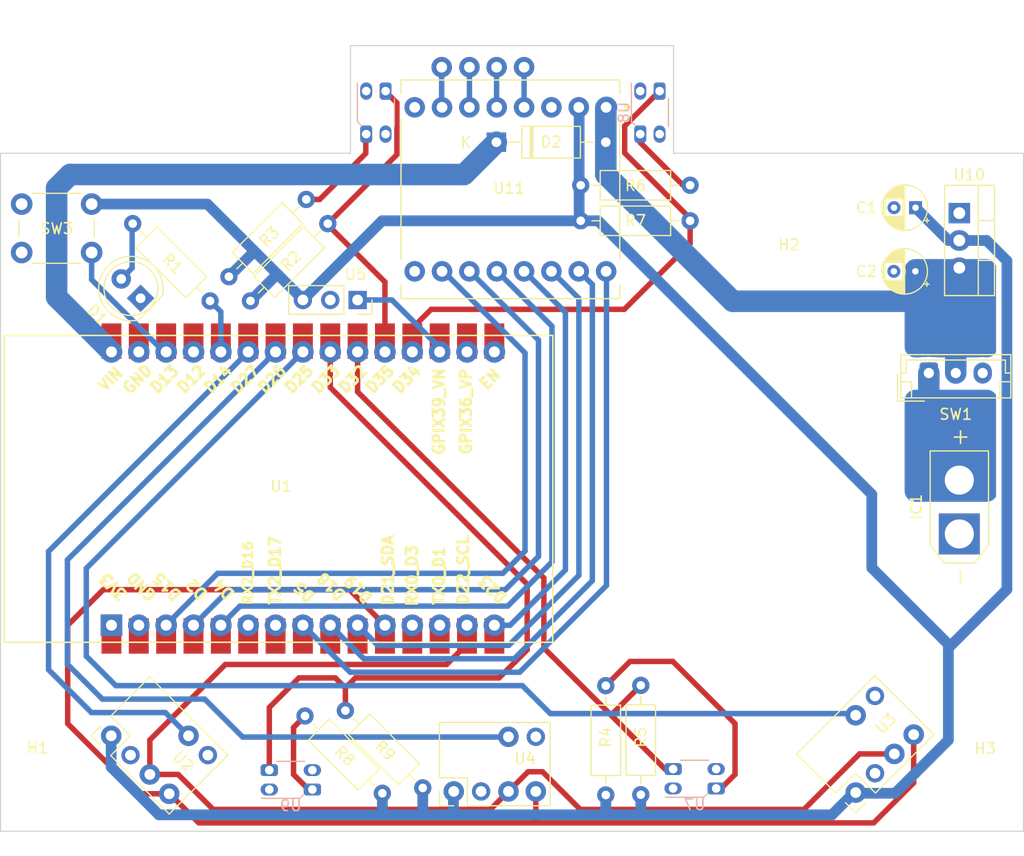
<source format=kicad_pcb>
(kicad_pcb (version 20221018) (generator pcbnew)
  (layers (0 "F.Cu" signal) (31 "B.Cu" signal) (34 "B.Paste" user) (35 "F.Paste" user) (36 "B.SilkS" user "B.Silkscreen") (37 "F.SilkS" user "F.Silkscreen") (38 "B.Mask" user) (39 "F.Mask" user) (44 "Edge.Cuts" user))
  (net 0 "")
  (net 1 "+3V3")
  (net 2 "GND")
  (net 3 "+12V")
  (net 4 "Net-(D1-A)")
  (net 5 "12V IN")
  (net 6 "Net-(D2-K)")
  (net 7 "QRE1113 A")
  (net 8 "Net-(U6-A)")
  (net 9 "QRE1113 B")
  (net 10 "Net-(U8-A)")
  (net 11 "QRE1113 C")
  (net 12 "Net-(U9-A)")
  (net 13 "QRE1113 D")
  (net 14 "IR MODULE")
  (net 15 "SDA")
  (net 16 "SCL")
  (net 17 "MOTOR 2 -")
  (net 18 "MOTOR 2 +")
  (net 19 "MOTOR 1 -")
  (net 20 "MOTOR 1 +")
  (net 21 "PWMA")
  (net 22 "AI2")
  (net 23 "AI1")
  (net 24 "STBY")
  (net 25 "BI1")
  (net 26 "BI2")
  (net 27 "PWMB")
  (net 28 "Net-(U7-A)")
  (net 32 "X-SHUT 1")
  (net 33 "X-SHUT 2")
  (net 34 "X-SHUT 3")
  (net 37 "TEST PROGRAM")
  (net 41 "LED SIGNALISATION")
  (footprint "Connector_Wire:SolderWire-0.5sqmm_1x01_D0.9mm_OD2.3mm" (layer "F.Cu") (at 136.1 50 90)
    (fp_text reference "J2" hide)
    (fp_text value "Conn_01x01_Pin")
    (pad "1" thru_hole circle (at 0 0 90) (size 1.9 1.9) (drill 1) (layers "*.Cu" "*.Mask") (net 19 "MOTOR 1 -"))
  )
  (footprint "Button_Switch_THT:SW_PUSH_6mm" (layer "F.Cu") (at 91.99 62.72)
    (fp_text reference "SW3" (at 3.26 2.28 180) (layer "F.SilkS"))
    (fp_text value "SW_Push" hide)
    (pad "1" thru_hole circle (at 0 0 90) (size 2 2) (drill 1.1) (layers "*.Cu" "*.Mask") (net 1 "+3V3"))
    (pad "1" thru_hole circle (at 6.5 0 90) (size 2 2) (drill 1.1) (layers "*.Cu" "*.Mask") (net 1 "+3V3"))
    (pad "2" thru_hole circle (at 0 4.5 90) (size 2 2) (drill 1.1) (layers "*.Cu" "*.Mask") (net 37 "TEST PROGRAM"))
    (pad "2" thru_hole circle (at 6.5 4.5 90) (size 2 2) (drill 1.1) (layers "*.Cu" "*.Mask") (net 37 "TEST PROGRAM"))
  )
  (footprint "Package_TO_SOT_THT:TO-220-3_Vertical" (layer "F.Cu") (at 179.07 63.561 -90)
    (fp_text reference "U10" (at -3.561 -0.93 -180) (layer "F.SilkS"))
    (fp_text value "LD1117AV33")
    (pad "1" thru_hole rect (at 0 0 270) (size 1.905 2) (drill 1.1) (layers "*.Cu" "*.Mask") (net 2 "GND"))
    (pad "2" thru_hole oval (at 2.54 0 270) (size 1.905 2) (drill 1.1) (layers "*.Cu" "*.Mask") (net 1 "+3V3"))
    (pad "3" thru_hole oval (at 5.08 0 270) (size 1.905 2) (drill 1.1) (layers "*.Cu" "*.Mask") (net 3 "+12V"))
  )
  (footprint "MountingHole:MountingHole_3.2mm_M3" (layer "F.Cu") (at 181.47 117.5)
    (fp_text reference "H3" (at 0 -4.2) (layer "F.SilkS"))
    (fp_text value "MountingHole M3" hide)
    (pad "" np_thru_hole circle (at 0 0) (size 3.2 3.2) (drill 3.2) (layers "*.Cu" "*.Mask"))
  )
  (footprint "Resistor_THT:R_Axial_DIN0207_L6.3mm_D2.5mm_P10.16mm_Horizontal" (layer "F.Cu") (at 146.24 107.47 -90)
    (fp_text reference "R4" (at 4.78 -0.01 -270) (layer "F.SilkS"))
    (fp_text value "100")
    (pad "1" thru_hole circle (at 0 0 270) (size 1.6 1.6) (drill 0.8) (layers "*.Cu" "*.Mask") (net 28 "Net-(U7-A)"))
    (pad "2" thru_hole oval (at 10.16 0 270) (size 1.6 1.6) (drill 0.8) (layers "*.Cu" "*.Mask") (net 1 "+3V3"))
  )
  (footprint "Resistor_THT:R_Axial_DIN0207_L6.3mm_D2.5mm_P10.16mm_Horizontal" (layer "F.Cu") (at 102.305795 64.535795 -45)
    (fp_text reference "R1" (at 5.238537 0.014142 135) (layer "F.SilkS"))
    (fp_text value "75")
    (pad "1" thru_hole circle (at 0 0 315) (size 1.6 1.6) (drill 0.8) (layers "*.Cu" "*.Mask") (net 4 "Net-(D1-A)"))
    (pad "2" thru_hole oval (at 10.16 0 315) (size 1.6 1.6) (drill 0.8) (layers "*.Cu" "*.Mask") (net 41 "LED SIGNALISATION"))
  )
  (footprint "sumec_library:GY-530 VL53L0X" (layer "F.Cu") (at 109.646676 119.672727 45)
    (fp_text reference "U2" (at 1.786188 -5.529153 -45 unlocked) (layer "F.SilkS"))
    (fp_text value "VL53L0X")
    (pad "1" thru_hole circle (at -1.27 -11.94 45) (size 1.9 1.9) (drill 1) (layers "*.Cu" "*.Mask") (net 1 "+3V3"))
    (pad "2" thru_hole circle (at -1.27 -9.4 45) (size 1.7 1.7) (drill 1) (layers "*.Cu" "*.Mask") (net 2 "GND"))
    (pad "3" thru_hole circle (at -1.27 -6.86 45) (size 1.9 1.9) (drill 1) (layers "*.Cu" "*.Mask") (net 16 "SCL"))
    (pad "4" thru_hole circle (at -1.27 -4.32 45) (size 1.9 1.9) (drill 1) (layers "*.Cu" "*.Mask") (net 15 "SDA"))
    (pad "5" thru_hole circle (at 3.81 -4.32 45) (size 1.7 1.7) (drill 1) (layers "*.Cu" "*.Mask"))
    (pad "6" thru_hole circle (at 3.81 -6.86 45) (size 1.9 1.9) (drill 1) (layers "*.Cu" "*.Mask") (net 32 "X-SHUT 1"))
  )
  (footprint "Resistor_THT:R_Axial_DIN0207_L6.3mm_D2.5mm_P10.16mm_Horizontal" (layer "F.Cu") (at 149.49 117.602 90)
    (fp_text reference "R5" (at 5.352 0.01 90) (layer "F.SilkS"))
    (fp_text value "10k")
    (pad "1" thru_hole circle (at 0 0 90) (size 1.6 1.6) (drill 0.8) (layers "*.Cu" "*.Mask") (net 1 "+3V3"))
    (pad "2" thru_hole oval (at 10.16 0 90) (size 1.6 1.6) (drill 0.8) (layers "*.Cu" "*.Mask") (net 9 "QRE1113 B"))
  )
  (footprint "Diode_THT:D_A-405_P10.16mm_Horizontal" (layer "F.Cu") (at 136.08 56.97)
    (fp_text reference "D2" (at 5.08 -0.02) (layer "F.SilkS"))
    (fp_text value "D_Schottky" hide)
    (fp_text user "K" (at -2.83 0.03) (layer "F.SilkS"))
    (pad "1" thru_hole rect (at 0 0) (size 1.8 1.8) (drill 0.9) (layers "*.Cu" "*.Mask") (net 6 "Net-(D2-K)"))
    (pad "2" thru_hole oval (at 10.16 0) (size 1.8 1.8) (drill 0.9) (layers "*.Cu" "*.Mask") (net 3 "+12V"))
  )
  (footprint "Resistor_THT:R_Axial_DIN0207_L6.3mm_D2.5mm_P10.16mm_Horizontal" (layer "F.Cu") (at 113.24 71.72 45)
    (fp_text reference "R3" (at 5.465935 -2.97692 45) (layer "F.SilkS"))
    (fp_text value "10k")
    (pad "1" thru_hole circle (at 0 0 45) (size 1.6 1.6) (drill 0.8) (layers "*.Cu" "*.Mask") (net 1 "+3V3"))
    (pad "2" thru_hole oval (at 10.16 0 45) (size 1.6 1.6) (drill 0.8) (layers "*.Cu" "*.Mask") (net 7 "QRE1113 A"))
  )
  (footprint "Capacitor_THT:CP_Radial_D4.0mm_P2.00mm" (layer "F.Cu") (at 174.99 68.97 180)
    (fp_text reference "C2" (at 4.572 0) (layer "F.SilkS"))
    (fp_text value "10uF")
    (pad "1" thru_hole rect (at 0 0 180) (size 1.2 1.2) (drill 0.6) (layers "*.Cu" "*.Mask") (net 3 "+12V"))
    (pad "2" thru_hole circle (at 2 0 180) (size 1.2 1.2) (drill 0.6) (layers "*.Cu" "*.Mask") (net 2 "GND"))
  )
  (footprint "Connector_Wire:SolderWire-0.5sqmm_1x01_D0.9mm_OD2.3mm" (layer "F.Cu") (at 138.65 50 90)
    (fp_text reference "J1" hide)
    (fp_text value "Conn_01x01_Pin")
    (pad "1" thru_hole circle (at 0 0 90) (size 1.9 1.9) (drill 1) (layers "*.Cu" "*.Mask") (net 20 "MOTOR 1 +"))
  )
  (footprint "MountingHole:MountingHole_3.2mm_M3" (layer "F.Cu") (at 163.24 62.22)
    (fp_text reference "H2" (at 0.01 4.28) (layer "F.SilkS"))
    (fp_text value "MountingHole M3" hide)
    (pad "" np_thru_hole circle (at 0 0) (size 3.2 3.2) (drill 3.2) (layers "*.Cu" "*.Mask"))
  )
  (footprint "Resistor_THT:R_Axial_DIN0207_L6.3mm_D2.5mm_P10.16mm_Horizontal" (layer "F.Cu") (at 143.91 64.272)
    (fp_text reference "R7" (at 5.09 -0.022) (layer "F.SilkS"))
    (fp_text value "10k")
    (pad "1" thru_hole circle (at 0 0) (size 1.6 1.6) (drill 0.8) (layers "*.Cu" "*.Mask") (net 1 "+3V3"))
    (pad "2" thru_hole oval (at 10.16 0) (size 1.6 1.6) (drill 0.8) (layers "*.Cu" "*.Mask") (net 11 "QRE1113 C"))
  )
  (footprint "LED_THT:LED_D5.0mm" (layer "F.Cu") (at 103.036051 71.47 135)
    (fp_text reference "D1" (at 1.772046 -3.935792 315) (layer "F.SilkS"))
    (fp_text value "RLED")
    (pad "1" thru_hole rect (at 0 0 135) (size 1.8 1.8) (drill 0.9) (layers "*.Cu" "*.Mask") (net 2 "GND"))
    (pad "2" thru_hole circle (at 2.54 0 135) (size 1.8 1.8) (drill 0.9) (layers "*.Cu" "*.Mask") (net 4 "Net-(D1-A)"))
  )
  (footprint "sumec_library:ROB-14450 - TB6612FNG (MOTOR DRIVER)" (layer "F.Cu") (at 137.38 61.35 -90)
    (fp_text reference "U11" (at -0.1 0.13 -180) (layer "F.SilkS"))
    (fp_text value "ROB-14450")
    (pad "1" thru_hole circle (at -7.62 -8.89 270) (size 1.9 1.9) (drill 1) (layers "*.Cu" "*.Mask") (net 3 "+12V"))
    (pad "2" thru_hole circle (at -7.62 -6.35 270) (size 1.9 1.9) (drill 1) (layers "*.Cu" "*.Mask") (net 1 "+3V3"))
    (pad "3" thru_hole circle (at -7.62 -3.81 270) (size 1.9 1.9) (drill 1) (layers "*.Cu" "*.Mask") (net 2 "GND"))
    (pad "4" thru_hole circle (at -7.62 -1.27 270) (size 1.9 1.9) (drill 1) (layers "*.Cu" "*.Mask") (net 20 "MOTOR 1 +"))
    (pad "5" thru_hole circle (at -7.62 1.27 270) (size 1.9 1.9) (drill 1) (layers "*.Cu" "*.Mask") (net 19 "MOTOR 1 -"))
    (pad "6" thru_hole circle (at -7.62 3.81 270) (size 1.9 1.9) (drill 1) (layers "*.Cu" "*.Mask") (net 18 "MOTOR 2 +"))
    (pad "7" thru_hole circle (at -7.62 6.35 270) (size 1.9 1.9) (drill 1) (layers "*.Cu" "*.Mask") (net 17 "MOTOR 2 -"))
    (pad "8" thru_hole circle (at -7.62 8.89 270) (size 1.9 1.9) (drill 1) (layers "*.Cu" "*.Mask") (net 2 "GND"))
    (pad "9" thru_hole circle (at 7.62 8.89 270) (size 1.9 1.9) (drill 1) (layers "*.Cu" "*.Mask") (net 2 "GND"))
    (pad "10" thru_hole circle (at 7.62 6.35 270) (size 1.9 1.9) (drill 1) (layers "*.Cu" "*.Mask") (net 27 "PWMB"))
    (pad "11" thru_hole circle (at 7.62 3.81 270) (size 1.9 1.9) (drill 1) (layers "*.Cu" "*.Mask") (net 26 "BI2"))
    (pad "12" thru_hole circle (at 7.62 1.27 270) (size 1.9 1.9) (drill 1) (layers "*.Cu" "*.Mask") (net 25 "BI1"))
    (pad "13" thru_hole circle (at 7.62 -1.27 270) (size 1.9 1.9) (drill 1) (layers "*.Cu" "*.Mask") (net 24 "STBY"))
    (pad "14" thru_hole circle (at 7.62 -3.81 270) (size 1.9 1.9) (drill 1) (layers "*.Cu" "*.Mask") (net 23 "AI1"))
    (pad "15" thru_hole circle (at 7.62 -6.35 270) (size 1.9 1.9) (drill 1) (layers "*.Cu" "*.Mask") (net 22 "AI2"))
    (pad "16" thru_hole circle (at 7.62 -8.89 270) (size 1.9 1.9) (drill 1) (layers "*.Cu" "*.Mask") (net 21 "PWMA"))
  )
  (footprint "Resistor_THT:R_Axial_DIN0207_L6.3mm_D2.5mm_P10.16mm_Horizontal" (layer "F.Cu") (at 118.305795 110.285795 -45)
    (fp_text reference "R8" (at 5.238537 0.014142 135) (layer "F.SilkS"))
    (fp_text value "100")
    (pad "1" thru_hole circle (at 0 0 315) (size 1.6 1.6) (drill 0.8) (layers "*.Cu" "*.Mask") (net 12 "Net-(U9-A)"))
    (pad "2" thru_hole oval (at 10.16 0 315) (size 1.6 1.6) (drill 0.8) (layers "*.Cu" "*.Mask") (net 1 "+3V3"))
  )
  (footprint "Capacitor_THT:CP_Radial_D4.0mm_P2.00mm" (layer "F.Cu") (at 175.006 63.053 180)
    (fp_text reference "C1" (at 4.572 0) (layer "F.SilkS"))
    (fp_text value "10uF")
    (pad "1" thru_hole rect (at 0 0 180) (size 1.2 1.2) (drill 0.6) (layers "*.Cu" "*.Mask") (net 1 "+3V3"))
    (pad "2" thru_hole circle (at 2 0 180) (size 1.2 1.2) (drill 0.6) (layers "*.Cu" "*.Mask") (net 2 "GND"))
  )
  (footprint "Connector_Wire:SolderWire-0.5sqmm_1x01_D0.9mm_OD2.3mm" (layer "F.Cu") (at 131 50 -90)
    (fp_text reference "J3" hide)
    (fp_text value "Conn_01x01_Pin")
    (pad "1" thru_hole circle (at 0 0 270) (size 1.9 1.9) (drill 1) (layers "*.Cu" "*.Mask") (net 17 "MOTOR 2 -"))
  )
  (footprint "Resistor_THT:R_Axial_DIN0207_L6.3mm_D2.5mm_P10.16mm_Horizontal" (layer "F.Cu") (at 118.424205 62.285795 -135)
    (fp_text reference "R2" (at 5.047618 -3.033488 45) (layer "F.SilkS"))
    (fp_text value "100")
    (pad "1" thru_hole circle (at 0 0 225) (size 1.6 1.6) (drill 0.8) (layers "*.Cu" "*.Mask") (net 8 "Net-(U6-A)"))
    (pad "2" thru_hole oval (at 10.16 0 225) (size 1.6 1.6) (drill 0.8) (layers "*.Cu" "*.Mask") (net 1 "+3V3"))
  )
  (footprint "Connector_JST:JST_EH_B3B-EH-A_1x03_P2.50mm_Vertical" (layer "F.Cu") (at 176.24 78.42)
    (fp_text reference "SW1" (at 2.5 3.83) (layer "F.SilkS"))
    (fp_text value "SW_SPDT" hide)
    (pad "1" thru_hole roundrect (at 0 0) (size 1.7 1.95) (drill 0.95) (layers "*.Cu" "*.Mask") (roundrect_rratio 0.147059) (net 5 "12V IN"))
    (pad "2" thru_hole oval (at 2.5 0) (size 1.7 1.95) (drill 0.95) (layers "*.Cu" "*.Mask") (net 3 "+12V"))
    (pad "3" thru_hole oval (at 5 0) (size 1.7 1.95) (drill 0.95) (layers "*.Cu" "*.Mask"))
  )
  (footprint "Connector_Wire:SolderWire-0.5sqmm_1x01_D0.9mm_OD2.3mm" (layer "F.Cu") (at 133.575 50 -90)
    (fp_text reference "J4" hide)
    (fp_text value "Conn_01x01_Pin")
    (pad "1" thru_hole circle (at 0 0 270) (size 1.9 1.9) (drill 1) (layers "*.Cu" "*.Mask") (net 18 "MOTOR 2 +"))
  )
  (footprint "Connector_PinSocket_2.54mm:PinSocket_1x03_P2.54mm_Vertical" (layer "F.Cu") (at 123.19 71.628 -90)
    (fp_text reference "U5" (at -2.378 0.19 -180) (layer "F.SilkS"))
    (fp_text value "TSOP382xx" hide)
    (pad "1" thru_hole rect (at 0 0 270) (size 1.7 1.7) (drill 1) (layers "*.Cu" "*.Mask") (net 14 "IR MODULE"))
    (pad "2" thru_hole oval (at 0 2.54 270) (size 1.7 1.7) (drill 1) (layers "*.Cu" "*.Mask") (net 2 "GND"))
    (pad "3" thru_hole oval (at 0 5.08 270) (size 1.7 1.7) (drill 1) (layers "*.Cu" "*.Mask") (net 1 "+3V3"))
  )
  (footprint "sumec_library:GY-530 VL53L0X" (layer "F.Cu") (at 144.06 116.03 90)
    (fp_text reference "U4" (at 1.78 -5.31 unlocked) (layer "F.SilkS"))
    (fp_text value "VL53L0X")
    (pad "1" thru_hole circle (at -1.27 -11.94 90) (size 1.9 1.9) (drill 1) (layers "*.Cu" "*.Mask") (net 1 "+3V3"))
    (pad "2" thru_hole circle (at -1.27 -9.4 90) (size 1.7 1.7) (drill 1) (layers "*.Cu" "*.Mask") (net 2 "GND"))
    (pad "3" thru_hole circle (at -1.27 -6.86 90) (size 1.9 1.9) (drill 1) (layers "*.Cu" "*.Mask") (net 16 "SCL"))
    (pad "4" thru_hole circle (at -1.27 -4.32 90) (size 1.9 1.9) (drill 1) (layers "*.Cu" "*.Mask") (net 15 "SDA"))
    (pad "5" thru_hole circle (at 3.81 -4.32 90) (size 1.7 1.7) (drill 1) (layers "*.Cu" "*.Mask"))
    (pad "6" thru_hole circle (at 3.81 -6.86 90) (size 1.9 1.9) (drill 1) (layers "*.Cu" "*.Mask") (net 34 "X-SHUT 3"))
  )
  (footprint "sumec_library:MODULE_ESP32_DEVKIT_V1 B_Cu - PADS and no mount holes" (layer "F.Cu") (at 115.845 89.154 90)
    (fp_text reference "U1" (at 0.2 0.235 180) (layer "F.SilkS"))
    (fp_text value "ESP32-DEVKIT-V1" hide)
    (fp_text user "D32" (at 10.154 6.905 45 unlocked) (layer "F.SilkS") (effects (font (thickness 0.25) bold)))
    (fp_text user "TX0_D1" (at -8.096 14.905 90 unlocked) (layer "F.SilkS") (effects (font (thickness 0.25) bold)))
    (fp_text user "GND" (at 10.154 -13.095 45 unlocked) (layer "F.SilkS") (effects (font (thickness 0.25) bold)))
    (fp_text user "D27" (at 10.154 -3.095 45 unlocked) (layer "F.SilkS") (effects (font (thickness 0.25) bold)))
    (fp_text user "EN" (at 10.154 19.655 45 unlocked) (layer "F.SilkS") (effects (font (thickness 0.25) bold)))
    (fp_text user "D21_SDA" (at -7.596 10.16 90 unlocked) (layer "F.SilkS") (effects (font (thickness 0.25) bold)))
    (fp_text user "GPIX39_VN" (at 7.154 14.905 90 unlocked) (layer "F.SilkS") (effects (font (thickness 0.25) bold)))
    (fp_text user "D14" (at 10.154 -5.595 45 unlocked) (layer "F.SilkS") (effects (font (thickness 0.25) bold)))
    (fp_text user "RX2_D16" (at -7.846 -2.845 90 unlocked) (layer "F.SilkS") (effects (font (size 0.9 0.9) (thickness 0.225) bold)))
    (fp_text user "D35" (at 10.154 9.405 45 unlocked) (layer "F.SilkS") (effects (font (thickness 0.25) bold)))
    (fp_text user "D22_SCL" (at -7.596 17.155 90 unlocked) (layer "F.SilkS") (effects (font (thickness 0.25) bold)))
    (fp_text user "D23" (at -9.346 19.905 135 unlocked) (layer "F.SilkS") (effects (font (thickness 0.25) bold)))
    (fp_text user "D19" (at -9.346 7.405 135 unlocked) (layer "F.SilkS") (effects (font (thickness 0.25) bold)))
    (fp_text user "VIN" (at 10.154 -15.595 45 unlocked) (layer "F.SilkS") (effects (font (thickness 0.25) bold)))
    (fp_text user "D25" (at 10.154 1.905 45 unlocked) (layer "F.SilkS") (effects (font (thickness 0.25) bold)))
    (fp_text user "D34" (at 10.154 11.905 45 unlocked) (layer "F.SilkS") (effects (font (thickness 0.25) bold)))
    (fp_text user "D5" (at -9.596 2.405 135 unlocked) (layer "F.SilkS") (effects (font (thickness 0.25) bold)))
    (fp_text user "D15" (at -9.096 -10.345 135 unlocked) (layer "F.SilkS") (effects (font (thickness 0.25) bold)))
    (fp_text user "3V3" (at -9.096 -15.345 135 unlocked) (layer "F.SilkS") (effects (font (thickness 0.25) bold)))
    (fp_text user "D18" (at -9.096 4.905 135 unlocked) (layer "F.SilkS") (effects (font (thickness 0.25) bold)))
    (fp_text user "RX0_D3" (at -8.096 12.405 90 unlocked) (layer "F.SilkS") (effects (font (thickness 0.25) bold)))
    (fp_text user "D13" (at 10.154 -10.595 45 unlocked) (layer "F.SilkS") (effects (font (thickness 0.25) bold)))
    (fp_text user "D4" (at -9.346 -5.08 135 unlocked) (layer "F.SilkS") (effects (font (thickness 0.25) bold)))
    (fp_text user "GPIX36_VP" (at 7.154 17.405 90 unlocked) (layer "F.SilkS") (effects (font (thickness 0.25) bold)))
    (fp_text user "D33" (at 10.154 4.405 45 unlocked) (layer "F.SilkS") (effects (font (thickness 0.25) bold)))
    (fp_text user "TX2_D17" (at -7.596 -0.345 90 unlocked) (layer "F.SilkS") (effects (font (thickness 0.25) bold)))
    (fp_text user "GND" (at -9.096 -12.7 135 unlocked) (layer "F.SilkS") (effects (font (thickness 0.25) bold)))
    (fp_text user "D12" (at 10.154 -8.095 45 unlocked) (layer "F.SilkS") (effects (font (thickness 0.25) bold)))
    (fp_text user "D26" (at 10.154 -0.595 45 unlocked) (layer "F.SilkS") (effects (font (thickness 0.25) bold)))
    (fp_text user "D2" (at -9.346 -7.595 135 unlocked) (layer "F.SilkS") (effects (font (thickness 0.25) bold)))
    (pad "1" smd rect (at -13.7 -15.515 90) (size 3.29 1.85) (layers "F.Cu" "F.Mask"))
    (pad "1" thru_hole rect (at -12.7 -15.515 90) (size 2 2) (drill 1.02) (layers "*.Cu" "*.Mask"))
    (pad "2" smd rect (at -13.7 -12.975 90) (size 3.29 1.85) (layers "F.Cu" "F.Mask") (net 2 "GND"))
    (pad "2" thru_hole circle (at -12.7 -12.975 90) (size 2 2) (drill 1.02) (layers "*.Cu" "*.Mask") (net 2 "GND"))
    (pad "3" smd rect (at -13.7 -10.435 90) (size 3.29 1.85) (layers "F.Cu" "F.Mask") (net 27 "PWMB"))
    (pad "3" thru_hole circle (at -12.7 -10.435 90) (size 2 2) (drill 1.02) (layers "*.Cu" "*.Mask") (net 27 "PWMB"))
    (pad "4" smd rect (at -13.7 -7.895 90) (size 3.29 1.85) (layers "F.Cu" "F.Mask") (net 26 "BI2"))
    (pad "4" thru_hole circle (at -12.7 -7.895 90) (size 2 2) (drill 1.02) (layers "*.Cu" "*.Mask") (net 26 "BI2"))
    (pad "5" smd rect (at -13.7 -5.355 90) (size 3.29 1.85) (layers "F.Cu" "F.Mask") (net 25 "BI1"))
    (pad "5" thru_hole circle (at -12.7 -5.355 90) (size 2 2) (drill 1.02) (layers "*.Cu" "*.Mask") (net 25 "BI1"))
    (pad "6" smd rect (at -13.7 -2.815 90) (size 3.29 1.85) (layers "F.Cu" "F.Mask"))
    (pad "6" thru_hole circle (at -12.7 -2.815 90) (size 2 2) (drill 1.02) (layers "*.Cu" "*.Mask"))
    (pad "7" smd rect (at -13.7 -0.275 90) (size 3.29 1.85) (layers "F.Cu" "F.Mask"))
    (pad "7" thru_hole circle (at -12.7 -0.275 90) (size 2 2) (drill 1.02) (layers "*.Cu" "*.Mask"))
    (pad "8" smd rect (at -13.7 2.265 90) (size 3.29 1.85) (layers "F.Cu" "F.Mask") (net 21 "PWMA"))
    (pad "8" thru_hole circle (at -12.7 2.265 90) (size 2 2) (drill 1.02) (layers "*.Cu" "*.Mask") (net 21 "PWMA"))
    (pad "9" smd rect (at -13.7 4.805 90) (size 3.29 1.85) (layers "F.Cu" "F.Mask") (net 22 "AI2"))
    (pad "9" thru_hole circle (at -12.7 4.805 90) (size 2 2) (drill 1.02) (layers "*.Cu" "*.Mask") (net 22 "AI2"))
    (pad "10" smd rect (at -13.7 7.345 90) (size 3.29 1.85) (layers "F.Cu" "F.Mask") (net 23 "AI1"))
    (pad "10" thru_hole circle (at -12.7 7.345 90) (size 2 2) (drill 1.02) (layers "*.Cu" "*.Mask") (net 23 "AI1"))
    (pad "11" smd rect (at -13.7 9.885 90) (size 3.29 1.85) (layers "F.Cu" "F.Mask") (net 15 "SDA"))
    (pad "11" thru_hole circle (at -12.7 9.885 90) (size 2 2) (drill 1.02) (layers "*.Cu" "*.Mask") (net 15 "SDA"))
    (pad "12" smd rect (at -13.7 12.425 90) (size 3.29 1.85) (layers "F.Cu" "F.Mask"))
    (pad "12" thru_hole circle (at -12.7 12.425 90) (size 2 2) (drill 1.02) (layers "*.Cu" "*.Mask"))
    (pad "13" smd rect (at -13.7 14.965 90) (size 3.29 1.85) (layers "F.Cu" "F.Mask"))
    (pad "13" thru_hole circle (at -12.7 14.965 90) (size 2 2) (drill 1.02) (layers "*.Cu" "*.Mask"))
    (pad "14" smd rect (at -13.7 17.505 90) (size 3.29 1.85) (layers "F.Cu" "F.Mask") (net 16 "SCL"))
    (pad "14" thru_hole circle (at -12.7 17.505 90) (size 2 2) (drill 1.02) (layers "*.Cu" "*.Mask") (net 16 "SCL"))
    (pad "15" smd rect (at -13.7 20.045 90) (size 3.29 1.85) (layers "F.Cu" "F.Mask") (net 24 "STBY"))
    (pad "15" thru_hole circle (at -12.7 20.045 90) (size 2 2) (drill 1.02) (layers "*.Cu" "*.Mask") (net 24 "STBY"))
    (pad "16" thru_hole circle (at 12.7 20.045 90) (size 2 2) (drill 1.02) (layers "*.Cu" "*.Mask"))
    (pad "16" smd rect (at 13.7 20.045 90) (size 3.29 1.85) (layers "F.Cu" "F.Mask"))
    (pad "17" thru_hole circle (at 12.7 17.505 90) (size 2 2) (drill 1.02) (layers "*.Cu" "*.Mask"))
    (pad "17" smd rect (at 13.7 17.505 90) (size 3.29 1.85) (layers "F.Cu" "F.Mask"))
    (pad "18" thru_hole circle (at 12.7 14.965 90) (size 2 2) (drill 1.02) (layers "*.Cu" "*.Mask") (net 14 "IR MODULE"))
    (pad "18" smd rect (at 13.7 14.965 90) (size 3.29 1.85) (layers "F.Cu" "F.Mask") (net 14 "IR MODULE"))
    (pad "19" thru_hole circle (at 12.7 12.425 90) (size 2 2) (drill 1.02) (layers "*.Cu" "*.Mask") (net 11 "QRE1113 C"))
    (pad "19" smd rect (at 13.7 12.425 90) (size 3.29 1.85) (layers "F.Cu" "F.Mask") (net 11 "QRE1113 C"))
    (pad "20" thru_hole circle (at 12.7 9.885 90) (size 2 2) (drill 1.02) (layers "*.Cu" "*.Mask") (net 7 "QRE1113 A"))
    (pad "20" smd rect (at 13.7 9.885 90) (size 3.29 1.85) (layers "F.Cu" "F.Mask") (net 7 "QRE1113 A"))
    (pad "21" thru_hole circle (at 12.7 7.345 90) (size 2 2) (drill 1.02) (layers "*.Cu" "*.Mask") (net 9 "QRE1113 B"))
    (pad "21" smd rect (at 13.7 7.345 90) (size 3.29 1.85) (layers "F.Cu" "F.Mask") (net 9 "QRE1113 B"))
    (pad "22" thru_hole circle (at 12.7 4.805 90) (size 2 2) (drill 1.02) (layers "*.Cu" "*.Mask") (net 13 "QRE1113 D"))
    (pad "22" smd rect (at 13.7 4.805 90) (size 3.29 1.85) (layers "F.Cu" "F.Mask") (net 13 "QRE1113 D"))
    (pad "23" thru_hole circle (at 12.7 2.265 90) (size 2 2) (drill 1.02) (layers "*.Cu" "*.Mask") (net 33 "X-SHUT 2"))
    (pad "23" smd rect (at 13.7 2.265 90) (size 3.29 1.85) (layers "F.Cu" "F.Mask") (net 33 "X-SHUT 2"))
    (pad "24" thru_hole circle (at 12.7 -0.275 90) (size 2 2) (drill 1.02) (layers "*.Cu" "*.Mask") (net 34 "X-SHUT 3"))
    (pad "24" smd rect (at 13.7 -0.275 90) (size 3.29 1.85) (layers "F.Cu" "F.Mask") (net 34 "X-SHUT 3"))
    (pad "25" thru_hole circle (at 12.7 -2.815 90) (size 2 2) (drill 1.02) (layers "*.Cu" "*.Mask") (net 32 "X-SHUT 1"))
    (pad "25" smd rect (at 13.7 -2.815 90) (size 3.29 1.85) (layers "F.Cu" "F.Mask") (net 32 "X-SHUT 1"))
    (pad "26" thru_hole circle (at 12.7 -5.355 90) (size 2 2) (drill 1.02) (layers "*.Cu" "*.Mask") (net 41 "LED SIGNALISATION"))
    (pad "26" smd rect (at 13.7 -5.355 90) (size 3.29 1.85) (layers "F.Cu" "F.Mask") (net 41 "LED SIGNALISATION"))
    (pad "27" thru_hole circle (at 12.7 -7.895 90) (size 2 2) (drill 1.02) (layers "*.Cu" "*.Mask"))
    (pad "27" smd rect (at 13.7 -7.895 90) (size 3.29 1.85) (layers "F.Cu" "F.Mask"))
    (pad "28" thru_hole circle (at 12.7 -10.435 90) (size 2 2) (drill 1.02) (layers "*.Cu" "*.Mask") (net 37 "TEST PROGRAM"))
    (pad "28" smd rect (at 13.7 -10.435 90) (size 3.29 1.85) (layers "F.Cu" "F.Mask") (net 37 "TEST PROGRAM"))
    (pad "29" thru_hole circle (at 12.7 -12.975 90) (size 2 2) (drill 1.02) (layers "*.Cu" "*.Mask") (net 2 "GND"))
    (pad "29" smd rect (at 13.7 -12.975 90) (size 3.29 1.85) (layers "F.Cu" "F.Mask") (net 2 "GND"))
    (pad "30" thru_hole circle (at 12.7 -15.515 90) (size 2 2) (drill 1.02) (layers "*.Cu" "*.Mask") (net 6 "Net-(D2-K)"))
    (pad "30" smd rect (at 13.7 -15.515 90) (size 3.29 1.85) (layers "F.Cu" "F.Mask") (net 6 "Net-(D2-K)"))
  )
  (footprint "MountingHole:MountingHole_3.2mm_M3" (layer "F.Cu") (at 93.47 117.5)
    (fp_text reference "H1" (at 0 -4.25) (layer "F.SilkS"))
    (fp_text value "MountingHole M3" hide)
    (pad "" np_thru_hole circle (at 0 0) (size 3.2 3.2) (drill 3.2) (layers "*.Cu" "*.Mask"))
  )
  (footprint "sumec_library:GY-530 VL53L0X" (layer "F.Cu") (at 176.988778 108.063324 135)
    (fp_text reference "U3" (at 1.274279 -5.427366 45 unlocked) (layer "F.SilkS"))
    (fp_text value "VL53L0X")
    (pad "1" thru_hole circle (at -1.27 -11.94 135) (size 1.9 1.9) (drill 1) (layers "*.Cu" "*.Mask") (net 1 "+3V3"))
    (pad "2" thru_hole circle (at -1.27 -9.4 135) (size 1.7 1.7) (drill 1) (layers "*.Cu" "*.Mask") (net 2 "GND"))
    (pad "3" thru_hole circle (at -1.27 -6.86 135) (size 1.9 1.9) (drill 1) (layers "*.Cu" "*.Mask") (net 16 "SCL"))
    (pad "4" thru_hole circle (at -1.27 -4.32 135) (size 1.9 1.9) (drill 1) (layers "*.Cu" "*.Mask") (net 15 "SDA"))
    (pad "5" thru_hole circle (at 3.81 -4.32 135) (size 1.7 1.7) (drill 1) (layers "*.Cu" "*.Mask"))
    (pad "6" thru_hole circle (at 3.81 -6.86 135) (size 1.9 1.9) (drill 1) (layers "*.Cu" "*.Mask") (net 33 "X-SHUT 2"))
  )
  (footprint "Resistor_THT:R_Axial_DIN0207_L6.3mm_D2.5mm_P10.16mm_Horizontal" (layer "F.Cu") (at 154.07 60.97 180)
    (fp_text reference "R6" (at 5.07 -0.03) (layer "F.SilkS"))
    (fp_text value "100")
    (pad "1" thru_hole circle (at 0 0 180) (size 1.6 1.6) (drill 0.8) (layers "*.Cu" "*.Mask") (net 10 "Net-(U8-A)"))
    (pad "2" thru_hole oval (at 10.16 0 180) (size 1.6 1.6) (drill 0.8) (layers "*.Cu" "*.Mask") (net 1 "+3V3"))
  )
  (footprint "sumec_library:AMASS_XT30U-M_1x02_P5.0mm_Vertical" (layer "F.Cu") (at 179.07 93.371 90)
    (fp_text reference "IC1" (at 2.5 -4 90) (layer "F.SilkS"))
    (fp_text value "XT30U-F")
    (fp_text user "-" (at -4 0 90) (layer "F.SilkS") (effects (font (size 1.5 1.5))))
    (fp_text user "+" (at 9 0 90) (layer "F.SilkS") (effects (font (size 1.5 1.5))))
    (pad "1" thru_hole rect (at 0 0 90) (size 3.8 3.8) (drill 2.7) (layers "*.Cu" "*.Mask") (net 2 "GND"))
    (pad "2" thru_hole circle (at 5 0 90) (size 3.8 3.8) (drill 2.7) (layers "*.Cu" "*.Mask") (net 5 "12V IN"))
  )
  (footprint "Resistor_THT:R_Axial_DIN0207_L6.3mm_D2.5mm_P10.16mm_Horizontal" (layer "F.Cu") (at 129.24 116.97 135)
    (fp_text reference "R9" (at 4.921463 -0.014142 135) (layer "F.SilkS"))
    (fp_text value "10k")
    (pad "1" thru_hole circle (at 0 0 135) (size 1.6 1.6) (drill 0.8) (layers "*.Cu" "*.Mask") (net 1 "+3V3"))
    (pad "2" thru_hole oval (at 10.16 0 135) (size 1.6 1.6) (drill 0.8) (layers "*.Cu" "*.Mask") (net 13 "QRE1113 D"))
  )
  (footprint "sumec_library:OnSemi_CASE100AQ - QRE1113" (layer "B.Cu") (at 118.99 117.12 90)
    (fp_text reference "U9" (at -1.5 -2) (layer "B.SilkS") (effects (justify mirror)))
    (fp_text value "QRE1113")
    (pad "1" thru_hole roundrect (at 0 0 90) (size 1.1 1.6) (drill 0.8) (layers "*.Cu" "*.Mask") (net 12 "Net-(U9-A)"))
    (pad "2" thru_hole oval (at 0 -4 90) (size 1.1 1.6) (drill 0.8) (layers "*.Cu" "*.Mask") (net 2 "GND"))
    (pad "3" thru_hole roundrect (at 1.8 -4 90) (size 1.1 1.6) (drill 0.8) (layers "*.Cu" "*.Mask") (net 13 "QRE1113 D"))
    (pad "4" thru_hole oval (at 1.8 0 90) (size 1.1 1.6) (drill 0.8) (layers "*.Cu" "*.Mask") (net 2 "GND"))
  )
  (footprint "sumec_library:OnSemi_CASE100AQ - QRE1113" (layer "B.Cu") (at 149.44 56.22)
    (fp_text reference "U8" (at -1.5 -2 90) (layer "B.SilkS") (effects (justify mirror)))
    (fp_text value "QRE1113" hide)
    (pad "1" thru_hole roundrect (at 0 0) (size 1.1 1.6) (drill 0.8) (layers "*.Cu" "*.Mask") (net 10 "Net-(U8-A)"))
    (pad "2" thru_hole oval (at 0 -4) (size 1.1 1.6) (drill 0.8) (layers "*.Cu" "*.Mask") (net 2 "GND"))
    (pad "3" thru_hole roundrect (at 1.8 -4) (size 1.1 1.6) (drill 0.8) (layers "*.Cu" "*.Mask") (net 11 "QRE1113 C"))
    (pad "4" thru_hole oval (at 1.8 0) (size 1.1 1.6) (drill 0.8) (layers "*.Cu" "*.Mask") (net 2 "GND"))
  )
  (footprint "sumec_library:OnSemi_CASE100AQ - QRE1113" (layer "B.Cu") (at 156.49 117.02 90)
    (fp_text reference "U7" (at -1.5 -2 -360) (layer "B.SilkS") (effects (justify mirror)))
    (fp_text value "QRE1113")
    (pad "1" thru_hole roundrect (at 0 0 90) (size 1.1 1.6) (drill 0.8) (layers "*.Cu" "*.Mask") (net 28 "Net-(U7-A)"))
    (pad "2" thru_hole oval (at 0 -4 90) (size 1.1 1.6) (drill 0.8) (layers "*.Cu" "*.Mask") (net 2 "GND"))
    (pad "3" thru_hole roundrect (at 1.8 -4 90) (size 1.1 1.6) (drill 0.8) (layers "*.Cu" "*.Mask") (net 9 "QRE1113 B"))
    (pad "4" thru_hole oval (at 1.8 0 90) (size 1.1 1.6) (drill 0.8) (layers "*.Cu" "*.Mask") (net 2 "GND"))
  )
  (footprint "sumec_library:OnSemi_CASE100AQ - QRE1113" (layer "B.Cu") (at 123.99 56.22)
    (fp_text reference "U6" hide)
    (fp_text value "QRE1113" hide)
    (pad "1" thru_hole roundrect (at 0 0) (size 1.1 1.6) (drill 0.8) (layers "*.Cu" "*.Mask") (net 8 "Net-(U6-A)"))
    (pad "2" thru_hole oval (at 0 -4) (size 1.1 1.6) (drill 0.8) (layers "*.Cu" "*.Mask") (net 2 "GND"))
    (pad "3" thru_hole roundrect (at 1.8 -4) (size 1.1 1.6) (drill 0.8) (layers "*.Cu" "*.Mask") (net 7 "QRE1113 A"))
    (pad "4" thru_hole oval (at 1.8 0) (size 1.1 1.6) (drill 0.8) (layers "*.Cu" "*.Mask") (net 2 "GND"))
  )
  (gr_line (start 137.53 48) (end 152.53 48) (stroke (width 0.1)) (layer "Edge.Cuts"))
  (gr_line (start 90.03 121) (end 90.03 58) (stroke (width 0.1)) (layer "Edge.Cuts"))
  (gr_line (start 90.03 121) (end 185.03 121) (stroke (width 0.1)) (layer "Edge.Cuts"))
  (gr_line (start 185.03 121) (end 185.03 58) (stroke (width 0.1)) (layer "Edge.Cuts"))
  (gr_line (start 152.53 58) (end 185.03 58) (stroke (width 0.1)) (layer "Edge.Cuts"))
  (gr_line (start 152.53 48) (end 152.53 58) (stroke (width 0.1)) (layer "Edge.Cuts"))
  (gr_line (start 122.53 48) (end 122.53 58) (stroke (width 0.1)) (layer "Edge.Cuts"))
  (gr_line (start 122.53 58) (end 90.03 58) (stroke (width 0.1)) (layer "Edge.Cuts"))
  (gr_line (start 137.53 48) (end 122.53 48) (stroke (width 0.1)) (layer "Edge.Cuts"))
  (segment (start 149.146 119.47) (end 145.96 119.47) (width 1) (layer "B.Cu") (net 1))
  (segment (start 183.49 67.99) (end 183.49 98.534) (width 1) (layer "B.Cu") (net 1))
  (segment (start 109.24 62.72) (end 98.22 62.72) (width 1) (layer "B.Cu") (net 1))
  (segment (start 125.49 117.47) (end 125.49 119.126) (width 1) (layer "B.Cu") (net 1))
  (segment (start 183.49 98.534) (end 178.054 103.97) (width 1) (layer "B.Cu") (net 1))
  (segment (start 100.305795 115.037795) (end 100.305795 112.127898) (width 1) (layer "B.Cu") (net 1))
  (segment (start 179.07 66.101) (end 178.054 66.101) (width 1) (layer "B.Cu") (net 1))
  (segment (start 167.240001 119.47) (end 149.146 119.47) (width 1) (layer "B.Cu") (net 1))
  (segment (start 113.49 67.22) (end 113.49 66.97) (width 1) (layer "B.Cu") (net 1))
  (segment (start 143.91 64.272) (end 145.522 64.272) (width 1) (layer "B.Cu") (net 1))
  (segment (start 146.304 119.126) (end 145.96 119.47) (width 1) (layer "B.Cu") (net 1))
  (segment (start 111.24 69.47) (end 113.49 67.22) (width 1) (layer "B.Cu") (net 1))
  (segment (start 132.5 119.47) (end 132.08 119.05) (width 1) (layer "B.Cu") (net 1))
  (segment (start 170.942 89.692) (end 170.942 96.52) (width 1) (layer "B.Cu") (net 1))
  (segment (start 118.11 71.59) (end 115.865 69.345) (width 1) (layer "B.Cu") (net 1))
  (segment (start 128.896 119.47) (end 104.738 119.47) (width 1) (layer "B.Cu") (net 1))
  (segment (start 170.942 96.52) (end 178.054 103.632) (width 1) (layer "B.Cu") (net 1))
  (segment (start 143.764 64.126) (end 143.91 64.272) (width 1) (layer "B.Cu") (net 1))
  (segment (start 115.865 69.345) (end 113.49 66.97) (width 1) (layer "B.Cu") (net 1))
  (segment (start 113.24 71.72) (end 115.615 69.345) (width 1) (layer "B.Cu") (net 1))
  (segment (start 145.96 119.47) (end 132.5 119.47) (width 1) (layer "B.Cu") (net 1))
  (segment (start 143.764 53.73) (end 143.764 64.126) (width 1) (layer "B.Cu") (net 1))
  (segment (start 178.054 66.101) (end 175.006 63.053) (width 1) (layer "B.Cu") (net 1))
  (segment (start 132.5 119.47) (end 128.896 119.47) (width 1) (layer "B.Cu") (net 1))
  (segment (start 104.738 119.47) (end 100.305795 115.037795) (width 1) (layer "B.Cu") (net 1))
  (segment (start 113.49 66.97) (end 109.24 62.72) (width 1) (layer "B.Cu") (net 1))
  (segment (start 178.054 103.97) (end 178.054 112.522) (width 1) (layer "B.Cu") (net 1))
  (segment (start 125.466 64.272) (end 143.91 64.272) (width 1) (layer "B.Cu") (net 1))
  (segment (start 129.24 119.126) (end 128.896 119.47) (width 1) (layer "B.Cu") (net 1))
  (segment (start 169.240001 117.47) (end 167.240001 119.47) (width 1) (layer "B.Cu") (net 1))
  (segment (start 181.601 66.101) (end 183.49 67.99) (width 1) (layer "B.Cu") (net 1))
  (segment (start 178.054 112.522) (end 173.106 117.47) (width 1) (layer "B.Cu") (net 1))
  (segment (start 179.07 66.101) (end 181.601 66.101) (width 1) (layer "B.Cu") (net 1))
  (segment (start 132.0875 119.0425) (end 132.08 119.05) (width 1) (layer "B.Cu") (net 1))
  (segment (start 118.11 71.628) (end 118.11 71.59) (width 1) (layer "B.Cu") (net 1))
  (segment (start 173.106 117.47) (end 169.240001 117.47) (width 1) (layer "B.Cu") (net 1))
  (segment (start 118.11 71.628) (end 125.466 64.272) (width 1) (layer "B.Cu") (net 1))
  (segment (start 178.054 103.632) (end 178.054 103.97) (width 1) (layer "B.Cu") (net 1))
  (segment (start 132.0875 117.325) (end 132.0875 119.0425) (width 1) (layer "B.Cu") (net 1))
  (segment (start 115.615 69.345) (end 115.865 69.345) (width 1) (layer "B.Cu") (net 1))
  (segment (start 129.24 116.97) (end 129.24 119.126) (width 1) (layer "B.Cu") (net 1))
  (segment (start 146.24 117.63) (end 146.24 119.062) (width 1) (layer "B.Cu") (net 1))
  (segment (start 149.49 117.602) (end 149.49 119.126) (width 1) (layer "B.Cu") (net 1))
  (segment (start 145.522 64.272) (end 170.942 89.692) (width 1) (layer "B.Cu") (net 1))
  (segment (start 146.24 119.062) (end 146.304 119.126) (width 1) (layer "B.Cu") (net 1))
  (segment (start 149.49 119.126) (end 149.146 119.47) (width 1) (layer "B.Cu") (net 1))
  (segment (start 178.74 78.42) (end 178.74 76.01) (width 2) (layer "B.Cu") (net 3))
  (segment (start 158.02 71.75) (end 175.75 71.75) (width 2) (layer "B.Cu") (net 3))
  (segment (start 146.24 53.794) (end 146.24 59.97) (width 2) (layer "B.Cu") (net 3))
  (segment (start 146.304 53.73) (end 146.24 53.794) (width 2) (layer "B.Cu") (net 3))
  (segment (start 146.24 59.97) (end 158.02 71.75) (width 2) (layer "B.Cu") (net 3))
  (segment (start 101.24 69.673949) (end 102.25 68.663949) (width 0.508) (layer "B.Cu") (net 4))
  (segment (start 102.25 64.59159) (end 102.305795 64.535795) (width 0.508) (layer "B.Cu") (net 4))
  (segment (start 102.25 68.663949) (end 102.25 64.59159) (width 0.508) (layer "B.Cu") (net 4))
  (segment (start 176.24 78.42) (end 176.24 81.22) (width 2) (layer "B.Cu") (net 5))
  (segment (start 133.08 59.97) (end 96.49 59.97) (width 2) (layer "B.Cu") (net 6))
  (segment (start 96.49 59.97) (end 95.24 61.22) (width 2) (layer "B.Cu") (net 6))
  (segment (start 95.24 71.364) (end 100.33 76.454) (width 2) (layer "B.Cu") (net 6))
  (segment (start 136.08 56.97) (end 133.08 59.97) (width 2) (layer "B.Cu") (net 6))
  (segment (start 95.24 61.22) (end 95.24 71.364) (width 2) (layer "B.Cu") (net 6))
  (segment (start 126.84 58.12) (end 126.84 53.32) (width 0.508) (layer "F.Cu") (net 7))
  (segment (start 120.424205 64.535795) (end 126.84 58.12) (width 0.508) (layer "F.Cu") (net 7))
  (segment (start 125.73 76.454) (end 125.73 69.96) (width 0.508) (layer "F.Cu") (net 7))
  (segment (start 120.424205 64.654205) (end 120.424205 64.535795) (width 0.508) (layer "F.Cu") (net 7))
  (segment (start 125.73 69.96) (end 120.424205 64.654205) (width 0.508) (layer "F.Cu") (net 7))
  (segment (start 126.84 53.32) (end 125.74 52.22) (width 0.508) (layer "F.Cu") (net 7))
  (segment (start 118.424205 62.285795) (end 119.674205 62.285795) (width 0.508) (layer "F.Cu") (net 8))
  (segment (start 123.952 58.008) (end 123.952 56.324) (width 0.508) (layer "F.Cu") (net 8))
  (segment (start 119.674205 62.285795) (end 123.952 58.008) (width 0.508) (layer "F.Cu") (net 8))
  (segment (start 140.49 103.97) (end 149.365 112.845) (width 0.508) (layer "F.Cu") (net 9))
  (segment (start 123.19 76.454) (end 123.19 80.17) (width 0.508) (layer "F.Cu") (net 9))
  (segment (start 149.365 112.845) (end 146.726 110.206) (width 0.508) (layer "F.Cu") (net 9))
  (segment (start 146.726 110.206) (end 149.49 107.442) (width 0.508) (layer "F.Cu") (net 9))
  (segment (start 149.365 112.845) (end 151.74 115.22) (width 0.508) (layer "F.Cu") (net 9))
  (segment (start 123.19 80.17) (end 140.49 97.47) (width 0.508) (layer "F.Cu") (net 9))
  (segment (start 140.49 97.47) (end 140.49 103.97) (width 0.508) (layer "F.Cu") (net 9))
  (segment (start 151.74 115.22) (end 152.49 115.22) (width 0.508) (layer "F.Cu") (net 9))
  (segment (start 153.404 60.97) (end 154.07 60.97) (width 0.508) (layer "F.Cu") (net 10))
  (segment (start 149.44 57.006) (end 153.404 60.97) (width 0.508) (layer "F.Cu") (net 10))
  (segment (start 149.44 56.22) (end 149.44 57.006) (width 0.508) (layer "F.Cu") (net 10))
  (segment (start 154.07 66.39) (end 154.07 64.272) (width 0.508) (layer "F.Cu") (net 11))
  (segment (start 147.99 57.97) (end 147.99 55.464) (width 0.508) (layer "F.Cu") (net 11))
  (segment (start 130.018 72.5) (end 147.96 72.5) (width 0.508) (layer "F.Cu") (net 11))
  (segment (start 147.96 72.5) (end 154.07 66.39) (width 0.508) (layer "F.Cu") (net 11))
  (segment (start 128.27 76.454) (end 128.27 74.248) (width 0.508) (layer "F.Cu") (net 11))
  (segment (start 128.27 74.248) (end 130.018 72.5) (width 0.508) (layer "F.Cu") (net 11))
  (segment (start 154.07 64.272) (end 154.07 64.05) (width 0.508) (layer "F.Cu") (net 11))
  (segment (start 147.99 55.464) (end 151.13 52.324) (width 0.508) (layer "F.Cu") (net 11))
  (segment (start 154.07 64.05) (end 147.99 57.97) (width 0.508) (layer "F.Cu") (net 11))
  (segment (start 118.636 117.116) (end 119.062 117.116) (width 0.508) (layer "F.Cu") (net 12))
  (segment (start 117.24 115.72) (end 118.636 117.116) (width 0.508) (layer "F.Cu") (net 12))
  (segment (start 117.24 111.35159) (end 117.24 115.72) (width 0.508) (layer "F.Cu") (net 12))
  (segment (start 118.305795 110.285795) (end 117.24 111.35159) (width 0.508) (layer "F.Cu") (net 12))
  (segment (start 120.65 76.454) (end 120.65 79.756) (width 0.508) (layer "F.Cu") (net 13))
  (segment (start 120.65 79.756) (end 138.938 98.044) (width 0.508) (layer "F.Cu") (net 13))
  (segment (start 122.055795 107.680795) (end 122.055795 109.785795) (width 0.508) (layer "F.Cu") (net 13))
  (segment (start 121.125 106.75) (end 122.055795 107.680795) (width 0.508) (layer "F.Cu") (net 13))
  (segment (start 138.938 104.14) (end 136.328 106.75) (width 0.508) (layer "F.Cu") (net 13))
  (segment (start 122.98659 106.75) (end 122.055795 107.680795) (width 0.508) (layer "F.Cu") (net 13))
  (segment (start 136.328 106.75) (end 122.98659 106.75) (width 0.508) (layer "F.Cu") (net 13))
  (segment (start 114.99 109.4952) (end 117.7352 106.75) (width 0.508) (layer "F.Cu") (net 13))
  (segment (start 114.99 115.32) (end 114.99 109.4952) (width 0.508) (layer "F.Cu") (net 13))
  (segment (start 117.7352 106.75) (end 121.125 106.75) (width 0.508) (layer "F.Cu") (net 13))
  (segment (start 138.938 98.044) (end 138.938 104.14) (width 0.508) (layer "F.Cu") (net 13))
  (segment (start 126.378 71.628) (end 123.19 71.628) (width 0.508) (layer "B.Cu") (net 14))
  (segment (start 130.764 76.5) (end 130.81 76.454) (width 0.508) (layer "B.Cu") (net 14))
  (segment (start 130.81 76.454) (end 130.81 76.06) (width 0.508) (layer "B.Cu") (net 14))
  (segment (start 130.73 76.5) (end 130.764 76.5) (width 0.508) (layer "B.Cu") (net 14))
  (segment (start 130.81 76.06) (end 126.378 71.628) (width 0.508) (layer "B.Cu") (net 14))
  (segment (start 102.784051 117.516051) (end 105.736051 117.516051) (width 0.508) (layer "F.Cu") (net 15))
  (segment (start 96.266 101.854) (end 96.266 110.998) (width 0.508) (layer "F.Cu") (net 15))
  (segment (start 171.118 120.22) (end 174.832102 116.505898) (width 0.508) (layer "F.Cu") (net 15))
  (segment (start 139.74 120.22) (end 139.74 117.3) (width 0.508) (layer "F.Cu") (net 15))
  (segment (start 174.832102 111.887897) (end 174.858153 111.861846) (width 0.508) (layer "F.Cu") (net 15))
  (segment (start 122.428 98.552) (end 99.568 98.552) (width 0.508) (layer "F.Cu") (net 15))
  (segment (start 125.73 101.854) (end 122.428 98.552) (width 0.508) (layer "F.Cu") (net 15))
  (segment (start 96.266 110.998) (end 102.784051 117.516051) (width 0.508) (layer "F.Cu") (net 15))
  (segment (start 108.44 120.22) (end 171.118 120.22) (width 0.508) (layer "F.Cu") (net 15))
  (segment (start 105.736051 117.516051) (end 108.44 120.22) (width 0.508) (layer "F.Cu") (net 15))
  (segment (start 99.568 98.552) (end 96.266 101.854) (width 0.508) (layer "F.Cu") (net 15))
  (segment (start 174.832102 116.505898) (end 174.832102 111.887897) (width 0.508) (layer "F.Cu") (net 15))
  (segment (start 139.0241 115.4684) (end 140.3604 115.4684) (width 0.508) (layer "F.Cu") (net 16))
  (segment (start 133.35 103.61) (end 131.46 105.5) (width 0.508) (layer "F.Cu") (net 16))
  (segment (start 140.3604 115.4684) (end 143.862 118.97) (width 0.508) (layer "F.Cu") (net 16))
  (segment (start 143.862 118.97) (end 164.6464 118.97) (width 0.508) (layer "F.Cu") (net 16))
  (segment (start 164.6464 118.97) (end 169.804298 113.812102) (width 0.508) (layer "F.Cu") (net 16))
  (segment (start 110.908 105.5) (end 103.897898 112.510102) (width 0.508) (layer "F.Cu") (net 16))
  (segment (start 173.036051 113.812102) (end 173.062102 113.786051) (width 0.508) (layer "F.Cu") (net 16))
  (segment (start 109.7752 118.97) (end 135.5225 118.97) (width 0.508) (layer "F.Cu") (net 16))
  (segment (start 169.804298 113.812102) (end 173.036051 113.812102) (width 0.508) (layer "F.Cu") (net 16))
  (segment (start 106.5252 115.72) (end 109.7752 118.97) (width 0.508) (layer "F.Cu") (net 16))
  (segment (start 103.897898 115.72) (end 106.5252 115.72) (width 0.508) (layer "F.Cu") (net 16))
  (segment (start 131.46 105.5) (end 110.908 105.5) (width 0.508) (layer "F.Cu") (net 16))
  (segment (start 133.35 101.854) (end 133.35 103.61) (width 0.508) (layer "F.Cu") (net 16))
  (segment (start 135.5225 118.97) (end 139.0241 115.4684) (width 0.508) (layer "F.Cu") (net 16))
  (segment (start 103.897898 112.510102) (end 103.897898 115.72) (width 0.508) (layer "F.Cu") (net 16))
  (segment (start 173.062102 113.786051) (end 173.062102 113.657897) (width 0.508) (layer "F.Cu") (net 16))
  (segment (start 131 53.7) (end 131.03 53.73) (width 0.508) (layer "B.Cu") (net 17))
  (segment (start 131 50) (end 131 53.7) (width 0.508) (layer "B.Cu") (net 17))
  (segment (start 133.575 50) (end 133.575 53.725) (width 0.508) (layer "B.Cu") (net 18))
  (segment (start 136.1 50) (end 136.1 53.72) (width 0.508) (layer "B.Cu") (net 19))
  (segment (start 138.65 50) (end 138.65 53.73) (width 0.508) (layer "B.Cu") (net 20))
  (segment (start 122.49 106.22) (end 118.124 101.854) (width 0.508) (layer "B.Cu") (net 21))
  (segment (start 118.076 101.854) (end 118.03 101.9) (width 0.508) (layer "B.Cu") (net 21))
  (segment (start 118.11 101.854) (end 118.076 101.854) (width 0.508) (layer "B.Cu") (net 21))
  (segment (start 118.124 101.854) (end 118.11 101.854) (width 0.508) (layer "B.Cu") (net 21))
  (segment (start 146.304 68.97) (end 146.304 98.156) (width 0.508) (layer "B.Cu") (net 21))
  (segment (start 146.304 98.156) (end 138.24 106.22) (width 0.508) (layer "B.Cu") (net 21))
  (segment (start 138.24 106.22) (end 122.49 106.22) (width 0.508) (layer "B.Cu") (net 21))
  (segment (start 144.99 97.72) (end 137.74 104.97) (width 0.508) (layer "B.Cu") (net 22))
  (segment (start 137.74 104.97) (end 123.766 104.97) (width 0.508) (layer "B.Cu") (net 22))
  (segment (start 144.99 70.196) (end 144.99 97.72) (width 0.508) (layer "B.Cu") (net 22))
  (segment (start 123.766 104.97) (end 120.65 101.854) (width 0.508) (layer "B.Cu") (net 22))
  (segment (start 143.764 68.97) (end 144.99 70.196) (width 0.508) (layer "B.Cu") (net 22))
  (segment (start 137.24 103.72) (end 125.056 103.72) (width 0.508) (layer "B.Cu") (net 23))
  (segment (start 143.74 71.486) (end 143.74 97.22) (width 0.508) (layer "B.Cu") (net 23))
  (segment (start 143.74 97.22) (end 137.24 103.72) (width 0.508) (layer "B.Cu") (net 23))
  (segment (start 123.19 101.854) (end 123.156 101.854) (width 0.508) (layer "B.Cu") (net 23))
  (segment (start 125.056 103.72) (end 123.19 101.854) (width 0.508) (layer "B.Cu") (net 23))
  (segment (start 123.156 101.854) (end 123.11 101.9) (width 0.508) (layer "B.Cu") (net 23))
  (segment (start 141.224 68.97) (end 143.74 71.486) (width 0.508) (layer "B.Cu") (net 23))
  (segment (start 142.49 72.776) (end 142.49 96.72) (width 0.508) (layer "B.Cu") (net 24))
  (segment (start 137.356 101.854) (end 135.89 101.854) (width 0.508) (layer "B.Cu") (net 24))
  (segment (start 142.49 96.72) (end 137.356 101.854) (width 0.508) (layer "B.Cu") (net 24))
  (segment (start 138.684 68.97) (end 142.49 72.776) (width 0.508) (layer "B.Cu") (net 24))
  (segment (start 112.268 100.076) (end 110.49 101.854) (width 0.508) (layer "B.Cu") (net 25))
  (segment (start 137.134 100.076) (end 112.268 100.076) (width 0.508) (layer "B.Cu") (net 25))
  (segment (start 136.144 68.97) (end 141.24 74.066) (width 0.508) (layer "B.Cu") (net 25))
  (segment (start 141.24 74.066) (end 141.24 95.97) (width 0.508) (layer "B.Cu") (net 25))
  (segment (start 141.24 95.97) (end 137.134 100.076) (width 0.508) (layer "B.Cu") (net 25))
  (segment (start 111.252 98.552) (end 107.95 101.854) (width 0.508) (layer "B.Cu") (net 26))
  (segment (start 139.99 95.47) (end 136.908 98.552) (width 0.508) (layer "B.Cu") (net 26))
  (segment (start 136.908 98.552) (end 111.252 98.552) (width 0.508) (layer "B.Cu") (net 26))
  (segment (start 133.604 68.97) (end 139.99 75.356) (width 0.508) (layer "B.Cu") (net 26))
  (segment (start 139.99 75.356) (end 139.99 95.47) (width 0.508) (layer "B.Cu") (net 26))
  (segment (start 105.41 101.82) (end 105.41 101.854) (width 0.508) (layer "B.Cu") (net 27))
  (segment (start 131.152 68.97) (end 138.74 76.558) (width 0.508) (layer "B.Cu") (net 27))
  (segment (start 110.202 97.028) (end 105.41 101.82) (width 0.508) (layer "B.Cu") (net 27))
  (segment (start 138.74 94.97) (end 136.682 97.028) (width 0.508) (layer "B.Cu") (net 27))
  (segment (start 131.064 68.97) (end 131.152 68.97) (width 0.508) (layer "B.Cu") (net 27))
  (segment (start 138.74 76.558) (end 138.74 94.97) (width 0.508) (layer "B.Cu") (net 27))
  (segment (start 136.682 97.028) (end 110.202 97.028) (width 0.508) (layer "B.Cu") (net 27))
  (segment (start 156.844 117.116) (end 156.464 117.116) (width 0.508) (layer "F.Cu") (net 28))
  (segment (start 146.24 107.47) (end 148.49 105.22) (width 0.508) (layer "F.Cu") (net 28))
  (segment (start 152.464 105.22) (end 158.242 110.998) (width 0.508) (layer "F.Cu") (net 28))
  (segment (start 158.242 115.718) (end 156.844 117.116) (width 0.508) (layer "F.Cu") (net 28))
  (segment (start 158.242 110.998) (end 158.242 115.718) (width 0.508) (layer "F.Cu") (net 28))
  (segment (start 148.49 105.22) (end 152.464 105.22) (width 0.508) (layer "F.Cu") (net 28))
  (segment (start 107.516051 112.111847) (end 107.473949 112.111847) (width 0.508) (layer "B.Cu") (net 32))
  (segment (start 94.49 105.99) (end 94.49 94.994) (width 0.508) (layer "B.Cu") (net 32))
  (segment (start 107.473949 112.111847) (end 105.332102 109.97) (width 0.508) (layer "B.Cu") (net 32))
  (segment (start 94.49 94.994) (end 113.03 76.454) (width 0.508) (layer "B.Cu") (net 32))
  (segment (start 98.47 109.97) (end 94.49 105.99) (width 0.508) (layer "B.Cu") (net 32))
  (segment (start 105.332102 109.97) (end 98.47 109.97) (width 0.508) (layer "B.Cu") (net 32))
  (segment (start 100.74 107.47) (end 97.99 104.72) (width 0.508) (layer "B.Cu") (net 33))
  (segment (start 169.397898 110.127898) (end 169.397898 110.137897) (width 0.25) (layer "B.Cu") (net 33))
  (segment (start 97.99 104.72) (end 97.99 96.574) (width 0.508) (layer "B.Cu") (net 33))
  (segment (start 169.397898 110.137897) (end 169.315795 110.22) (width 0.25) (layer "B.Cu") (net 33))
  (segment (start 138.49 107.47) (end 100.74 107.47) (width 0.508) (layer "B.Cu") (net 33))
  (segment (start 97.99 96.574) (end 118.11 76.454) (width 0.508) (layer "B.Cu") (net 33))
  (segment (start 169.397898 110.127898) (end 169.335795 110.065795) (width 0.508) (layer "B.Cu") (net 33))
  (segment (start 169.335795 110.065795) (end 141.085795 110.065795) (width 0.508) (layer "B.Cu") (net 33))
  (segment (start 141.085795 110.065795) (end 138.49 107.47) (width 0.508) (layer "B.Cu") (net 33))
  (segment (start 112.515 112.245) (end 108.99 108.72) (width 0.508) (layer "B.Cu") (net 34))
  (segment (start 108.99 108.72) (end 99.49 108.72) (width 0.508) (layer "B.Cu") (net 34))
  (segment (start 99.49 108.72) (end 96.24 105.47) (width 0.508) (layer "B.Cu") (net 34))
  (segment (start 96.24 105.47) (end 96.24 95.784) (width 0.508) (layer "B.Cu") (net 34))
  (segment (start 137.1675 112.245) (end 112.515 112.245) (width 0.508) (layer "B.Cu") (net 34))
  (segment (start 96.24 95.784) (end 115.57 76.454) (width 0.508) (layer "B.Cu") (net 34))
  (segment (start 98.22 67.22) (end 98.49 67.22) (width 0.508) (layer "B.Cu") (net 37))
  (segment (start 98.49 67.22) (end 98.49 69.74) (width 0.508) (layer "B.Cu") (net 37))
  (segment (start 98.49 69.74) (end 105.204 76.454) (width 0.508) (layer "B.Cu") (net 37))
  (segment (start 105.204 76.454) (end 105.41 76.454) (width 0.508) (layer "B.Cu") (net 37))
  (segment (start 109.49 71.72) (end 110.49 72.72) (width 0.508) (layer "B.Cu") (net 41))
  (segment (start 110.49 72.72) (end 110.49 76.454) (width 0.508) (layer "B.Cu") (net 41))
  (zone (net 5) (net_name "12V IN") (layer "B.Cu") (priority 2) (connect_pads yes (clearance 0.508)) (min_thickness 0.25) (fill yes (thermal_gap 0.5) (thermal_bridge_width 0.5) (smoothing fillet) (radius 1))
    (polygon (pts (xy 173.99 79.97) (xy 173.99 90.388) (xy 182.626 90.388) (xy 182.626 79.97)))
  )
  (zone (net 3) (net_name "+12V") (layer "B.Cu") (priority 2) (connect_pads yes (clearance 0.508)) (min_thickness 0.25) (fill yes (thermal_gap 0.5) (thermal_bridge_width 0.5) (smoothing fillet) (radius 1))
    (polygon (pts (xy 173.99 67.826) (xy 173.99 76.97) (xy 182.626 76.97) (xy 182.626 67.826)))
  )
)
</source>
